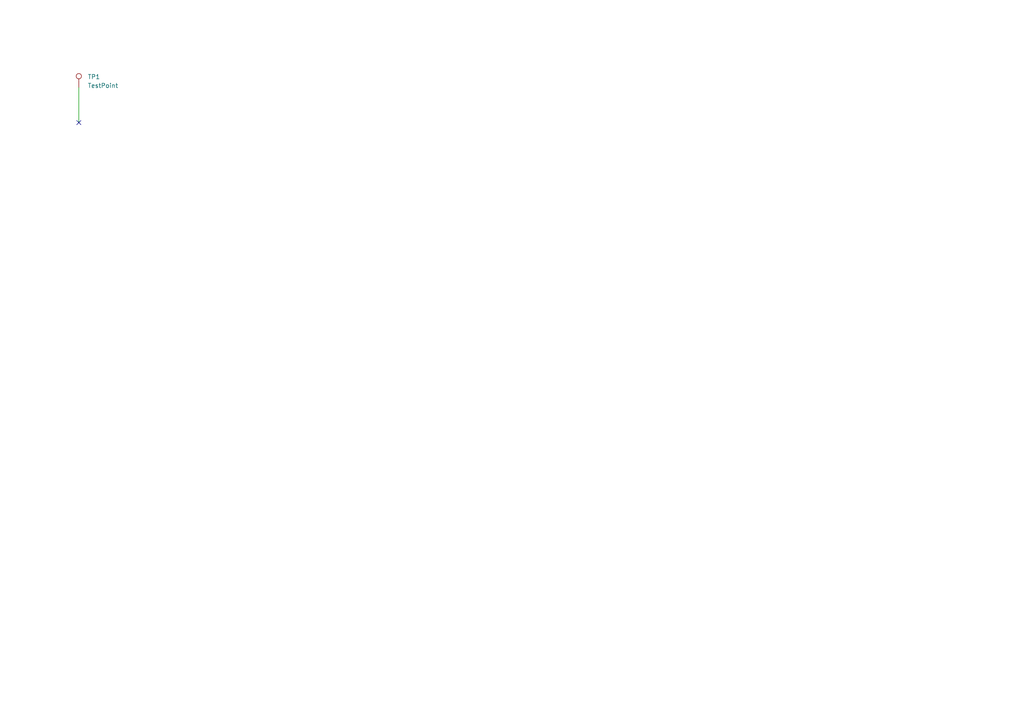
<source format=kicad_sch>
(kicad_sch (version 20210621) (generator eeschema)
  (paper "A4")
  (lib_symbols
    (symbol "Connector:TestPoint" (pin_numbers hide) (pin_names (offset 0.762) hide)
      (property "Reference" "TP" (at 0 6.858 0))
      (property "Value" "TestPoint" (at 0 5.08 0))
      (symbol "TestPoint_0_1"
        (circle (center 0 3.302) (radius 0.762))
      )
      (symbol "TestPoint_1_1"
        (pin passive line (at 0 0 90) (length 2.54) (name "1") (number "1"))
      )
    )
  )
  (no_connect (at 22.86 35.56))
  (wire (pts (xy 22.86 25.4) (xy 22.86 35.56)))
  (symbol (lib_id "Connector:TestPoint") (at 22.86 25.4 0) (unit 1)
    (property "Reference" "TP1" (at 25.4 22.2884 0) (effects (justify left)))
    (property "Value" "TestPoint" (at 25.4 24.8284 0) (effects (justify left)))
  )
)
</source>
